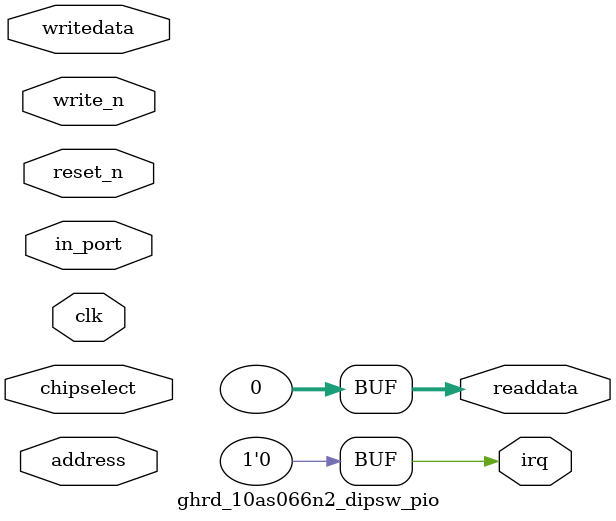
<source format=v>
module ghrd_10as066n2_dipsw_pio(	// file.cleaned.mlir:2:3
  input         clk,	// file.cleaned.mlir:2:42
  input  [3:0]  in_port,	// file.cleaned.mlir:2:56
  input         reset_n,	// file.cleaned.mlir:2:74
  input  [1:0]  address,	// file.cleaned.mlir:2:92
  input         write_n,	// file.cleaned.mlir:2:110
  input  [31:0] writedata,	// file.cleaned.mlir:2:128
  input         chipselect,	// file.cleaned.mlir:2:149
  output        irq,	// file.cleaned.mlir:2:171
  output [31:0] readdata	// file.cleaned.mlir:2:185
);

  assign irq = 1'h0;	// file.cleaned.mlir:3:14, :5:5
  assign readdata = 32'h0;	// file.cleaned.mlir:4:15, :5:5
endmodule


</source>
